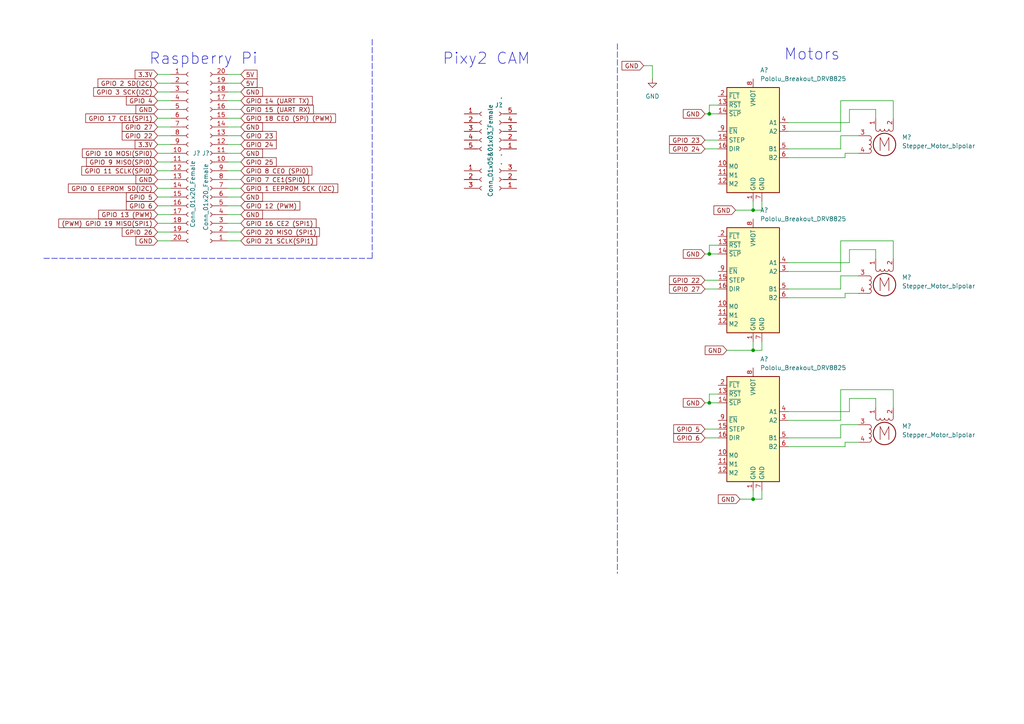
<source format=kicad_sch>
(kicad_sch (version 20211123) (generator eeschema)
  (paper "A4")
  (lib_symbols
    (symbol "Connector:Conn_01x03_Female" (pin_names (offset 1.016) hide)
      (property "Reference" "J" (at 0 5.08 0))
      (property "Value" "Conn_01x03_Female" (at 0 -5.08 0))
      (symbol "Conn_01x03_Female_1_1"
        (arc (start 0 -2.032) (mid -0.508 -2.54) (end 0 -3.048) (stroke (width 0.1524)))
        (polyline (pts (xy -1.27 -2.54) (xy -0.508 -2.54)) (stroke (width 0.1524)))
        (polyline (pts (xy -1.27 0) (xy -0.508 0)) (stroke (width 0.1524)))
        (polyline (pts (xy -1.27 2.54) (xy -0.508 2.54)) (stroke (width 0.1524)))
        (arc (start 0 0.508) (mid -0.508 0) (end 0 -0.508) (stroke (width 0.1524)))
        (arc (start 0 3.048) (mid -0.508 2.54) (end 0 2.032) (stroke (width 0.1524)))
        (pin passive line (at -5.08 2.54 0) (length 3.81) (name "Pin_1") (number "1"))
        (pin passive line (at -5.08 0 0) (length 3.81) (name "Pin_2") (number "2"))
        (pin passive line (at -5.08 -2.54 0) (length 3.81) (name "Pin_3") (number "3"))
      )
    )
    (symbol "Connector:Conn_01x05_Female" (pin_names (offset 1.016) hide)
      (property "Reference" "J" (at 0 7.62 0))
      (property "Value" "Conn_01x05_Female" (at 0 -7.62 0))
      (symbol "Conn_01x05_Female_1_1"
        (arc (start 0 -4.572) (mid -0.508 -5.08) (end 0 -5.588) (stroke (width 0.1524)))
        (arc (start 0 -2.032) (mid -0.508 -2.54) (end 0 -3.048) (stroke (width 0.1524)))
        (polyline (pts (xy -1.27 -5.08) (xy -0.508 -5.08)) (stroke (width 0.1524)))
        (polyline (pts (xy -1.27 -2.54) (xy -0.508 -2.54)) (stroke (width 0.1524)))
        (polyline (pts (xy -1.27 0) (xy -0.508 0)) (stroke (width 0.1524)))
        (polyline (pts (xy -1.27 2.54) (xy -0.508 2.54)) (stroke (width 0.1524)))
        (polyline (pts (xy -1.27 5.08) (xy -0.508 5.08)) (stroke (width 0.1524)))
        (arc (start 0 0.508) (mid -0.508 0) (end 0 -0.508) (stroke (width 0.1524)))
        (arc (start 0 3.048) (mid -0.508 2.54) (end 0 2.032) (stroke (width 0.1524)))
        (arc (start 0 5.588) (mid -0.508 5.08) (end 0 4.572) (stroke (width 0.1524)))
        (pin passive line (at -5.08 5.08 0) (length 3.81) (name "Pin_1") (number "1"))
        (pin passive line (at -5.08 2.54 0) (length 3.81) (name "Pin_2") (number "2"))
        (pin passive line (at -5.08 0 0) (length 3.81) (name "Pin_3") (number "3"))
        (pin passive line (at -5.08 -2.54 0) (length 3.81) (name "Pin_4") (number "4"))
        (pin passive line (at -5.08 -5.08 0) (length 3.81) (name "Pin_5") (number "5"))
      )
    )
    (symbol "Connector:Conn_01x20_Female" (pin_names (offset 1.016) hide)
      (property "Reference" "J" (at 0 25.4 0))
      (property "Value" "Conn_01x20_Female" (at 0 -27.94 0))
      (symbol "Conn_01x20_Female_1_1"
        (arc (start 0 -24.892) (mid -0.508 -25.4) (end 0 -25.908) (stroke (width 0.1524)))
        (arc (start 0 -22.352) (mid -0.508 -22.86) (end 0 -23.368) (stroke (width 0.1524)))
        (arc (start 0 -19.812) (mid -0.508 -20.32) (end 0 -20.828) (stroke (width 0.1524)))
        (arc (start 0 -17.272) (mid -0.508 -17.78) (end 0 -18.288) (stroke (width 0.1524)))
        (arc (start 0 -14.732) (mid -0.508 -15.24) (end 0 -15.748) (stroke (width 0.1524)))
        (arc (start 0 -12.192) (mid -0.508 -12.7) (end 0 -13.208) (stroke (width 0.1524)))
        (arc (start 0 -9.652) (mid -0.508 -10.16) (end 0 -10.668) (stroke (width 0.1524)))
        (arc (start 0 -7.112) (mid -0.508 -7.62) (end 0 -8.128) (stroke (width 0.1524)))
        (arc (start 0 -4.572) (mid -0.508 -5.08) (end 0 -5.588) (stroke (width 0.1524)))
        (arc (start 0 -2.032) (mid -0.508 -2.54) (end 0 -3.048) (stroke (width 0.1524)))
        (polyline (pts (xy -1.27 -25.4) (xy -0.508 -25.4)) (stroke (width 0.1524)))
        (polyline (pts (xy -1.27 -22.86) (xy -0.508 -22.86)) (stroke (width 0.1524)))
        (polyline (pts (xy -1.27 -20.32) (xy -0.508 -20.32)) (stroke (width 0.1524)))
        (polyline (pts (xy -1.27 -17.78) (xy -0.508 -17.78)) (stroke (width 0.1524)))
        (polyline (pts (xy -1.27 -15.24) (xy -0.508 -15.24)) (stroke (width 0.1524)))
        (polyline (pts (xy -1.27 -12.7) (xy -0.508 -12.7)) (stroke (width 0.1524)))
        (polyline (pts (xy -1.27 -10.16) (xy -0.508 -10.16)) (stroke (width 0.1524)))
        (polyline (pts (xy -1.27 -7.62) (xy -0.508 -7.62)) (stroke (width 0.1524)))
        (polyline (pts (xy -1.27 -5.08) (xy -0.508 -5.08)) (stroke (width 0.1524)))
        (polyline (pts (xy -1.27 -2.54) (xy -0.508 -2.54)) (stroke (width 0.1524)))
        (polyline (pts (xy -1.27 0) (xy -0.508 0)) (stroke (width 0.1524)))
        (polyline (pts (xy -1.27 2.54) (xy -0.508 2.54)) (stroke (width 0.1524)))
        (polyline (pts (xy -1.27 5.08) (xy -0.508 5.08)) (stroke (width 0.1524)))
        (polyline (pts (xy -1.27 7.62) (xy -0.508 7.62)) (stroke (width 0.1524)))
        (polyline (pts (xy -1.27 10.16) (xy -0.508 10.16)) (stroke (width 0.1524)))
        (polyline (pts (xy -1.27 12.7) (xy -0.508 12.7)) (stroke (width 0.1524)))
        (polyline (pts (xy -1.27 15.24) (xy -0.508 15.24)) (stroke (width 0.1524)))
        (polyline (pts (xy -1.27 17.78) (xy -0.508 17.78)) (stroke (width 0.1524)))
        (polyline (pts (xy -1.27 20.32) (xy -0.508 20.32)) (stroke (width 0.1524)))
        (polyline (pts (xy -1.27 22.86) (xy -0.508 22.86)) (stroke (width 0.1524)))
        (arc (start 0 0.508) (mid -0.508 0) (end 0 -0.508) (stroke (width 0.1524)))
        (arc (start 0 3.048) (mid -0.508 2.54) (end 0 2.032) (stroke (width 0.1524)))
        (arc (start 0 5.588) (mid -0.508 5.08) (end 0 4.572) (stroke (width 0.1524)))
        (arc (start 0 8.128) (mid -0.508 7.62) (end 0 7.112) (stroke (width 0.1524)))
        (arc (start 0 10.668) (mid -0.508 10.16) (end 0 9.652) (stroke (width 0.1524)))
        (arc (start 0 13.208) (mid -0.508 12.7) (end 0 12.192) (stroke (width 0.1524)))
        (arc (start 0 15.748) (mid -0.508 15.24) (end 0 14.732) (stroke (width 0.1524)))
        (arc (start 0 18.288) (mid -0.508 17.78) (end 0 17.272) (stroke (width 0.1524)))
        (arc (start 0 20.828) (mid -0.508 20.32) (end 0 19.812) (stroke (width 0.1524)))
        (arc (start 0 23.368) (mid -0.508 22.86) (end 0 22.352) (stroke (width 0.1524)))
        (pin passive line (at -5.08 22.86 0) (length 3.81) (name "Pin_1") (number "1"))
        (pin passive line (at -5.08 0 0) (length 3.81) (name "Pin_10") (number "10"))
        (pin passive line (at -5.08 -2.54 0) (length 3.81) (name "Pin_11") (number "11"))
        (pin passive line (at -5.08 -5.08 0) (length 3.81) (name "Pin_12") (number "12"))
        (pin passive line (at -5.08 -7.62 0) (length 3.81) (name "Pin_13") (number "13"))
        (pin passive line (at -5.08 -10.16 0) (length 3.81) (name "Pin_14") (number "14"))
        (pin passive line (at -5.08 -12.7 0) (length 3.81) (name "Pin_15") (number "15"))
        (pin passive line (at -5.08 -15.24 0) (length 3.81) (name "Pin_16") (number "16"))
        (pin passive line (at -5.08 -17.78 0) (length 3.81) (name "Pin_17") (number "17"))
        (pin passive line (at -5.08 -20.32 0) (length 3.81) (name "Pin_18") (number "18"))
        (pin passive line (at -5.08 -22.86 0) (length 3.81) (name "Pin_19") (number "19"))
        (pin passive line (at -5.08 20.32 0) (length 3.81) (name "Pin_2") (number "2"))
        (pin passive line (at -5.08 -25.4 0) (length 3.81) (name "Pin_20") (number "20"))
        (pin passive line (at -5.08 17.78 0) (length 3.81) (name "Pin_3") (number "3"))
        (pin passive line (at -5.08 15.24 0) (length 3.81) (name "Pin_4") (number "4"))
        (pin passive line (at -5.08 12.7 0) (length 3.81) (name "Pin_5") (number "5"))
        (pin passive line (at -5.08 10.16 0) (length 3.81) (name "Pin_6") (number "6"))
        (pin passive line (at -5.08 7.62 0) (length 3.81) (name "Pin_7") (number "7"))
        (pin passive line (at -5.08 5.08 0) (length 3.81) (name "Pin_8") (number "8"))
        (pin passive line (at -5.08 2.54 0) (length 3.81) (name "Pin_9") (number "9"))
      )
    )
    (symbol "Driver_Motor:Pololu_Breakout_DRV8825"
      (property "Reference" "A" (at -2.54 16.51 0))
      (property "Value" "Pololu_Breakout_DRV8825" (at -2.54 13.97 0))
      (symbol "Pololu_Breakout_DRV8825_0_1"
        (rectangle (start 7.62 -17.78) (end -7.62 12.7) (stroke (width 0.254)) (fill (type background)))
      )
      (symbol "Pololu_Breakout_DRV8825_1_1"
        (pin power_in line (at 0 -20.32 90) (length 2.54) (name "GND") (number "1"))
        (pin input line (at -10.16 -10.16 0) (length 2.54) (name "M0") (number "10"))
        (pin input line (at -10.16 -12.7 0) (length 2.54) (name "M1") (number "11"))
        (pin input line (at -10.16 -15.24 0) (length 2.54) (name "M2") (number "12"))
        (pin input line (at -10.16 7.62 0) (length 2.54) (name "~{RST}") (number "13"))
        (pin input line (at -10.16 5.08 0) (length 2.54) (name "~{SLP}") (number "14"))
        (pin input line (at -10.16 -2.54 0) (length 2.54) (name "STEP") (number "15"))
        (pin input line (at -10.16 -5.08 0) (length 2.54) (name "DIR") (number "16"))
        (pin output line (at -10.16 10.16 0) (length 2.54) (name "~{FLT}") (number "2"))
        (pin output line (at 10.16 0 180) (length 2.54) (name "A2") (number "3"))
        (pin output line (at 10.16 2.54 180) (length 2.54) (name "A1") (number "4"))
        (pin output line (at 10.16 -5.08 180) (length 2.54) (name "B1") (number "5"))
        (pin output line (at 10.16 -7.62 180) (length 2.54) (name "B2") (number "6"))
        (pin power_in line (at 2.54 -20.32 90) (length 2.54) (name "GND") (number "7"))
        (pin power_in line (at 0 15.24 270) (length 2.54) (name "VMOT") (number "8"))
        (pin input line (at -10.16 0 0) (length 2.54) (name "~{EN}") (number "9"))
      )
    )
    (symbol "Motor:Stepper_Motor_bipolar" (pin_names (offset 0) hide)
      (property "Reference" "M" (at 3.81 2.54 0))
      (property "Value" "Stepper_Motor_bipolar" (at 3.81 1.27 0))
      (symbol "Stepper_Motor_bipolar_0_0"
        (polyline (pts (xy -1.27 -1.778) (xy -1.27 2.032) (xy 0 -0.508) (xy 1.27 2.032) (xy 1.27 -1.778)))
      )
      (symbol "Stepper_Motor_bipolar_0_1"
        (arc (start -4.445 -2.54) (mid -3.81 -1.905) (end -4.445 -1.27))
        (arc (start -4.445 -1.27) (mid -3.81 -0.635) (end -4.445 0))
        (arc (start -4.445 0) (mid -3.81 0.635) (end -4.445 1.27))
        (arc (start -4.445 1.27) (mid -3.81 1.905) (end -4.445 2.54))
        (arc (start -2.54 4.445) (mid -1.905 3.81) (end -1.27 4.445))
        (arc (start -1.27 4.445) (mid -0.635 3.81) (end 0 4.445))
        (polyline (pts (xy -5.08 -2.54) (xy -4.445 -2.54)))
        (polyline (pts (xy -5.08 2.54) (xy -4.445 2.54)))
        (polyline (pts (xy -2.54 5.08) (xy -2.54 4.445)))
        (polyline (pts (xy 2.54 5.08) (xy 2.54 4.445)))
        (circle (center 0 0) (radius 3.2512) (stroke (width 0.254)))
        (arc (start 0 4.445) (mid 0.635 3.81) (end 1.27 4.445))
        (arc (start 1.27 4.445) (mid 1.905 3.81) (end 2.54 4.445))
      )
      (symbol "Stepper_Motor_bipolar_1_1"
        (pin passive line (at -2.54 7.62 270) (length 2.54) (name "~") (number "1"))
        (pin passive line (at 2.54 7.62 270) (length 2.54) (name "-") (number "2"))
        (pin passive line (at -7.62 2.54 0) (length 2.54) (name "~") (number "3"))
        (pin passive line (at -7.62 -2.54 0) (length 2.54) (name "~") (number "4"))
      )
    )
    (symbol "power:GND" (power) (pin_names (offset 0))
      (property "Value" "GND" (at 0 -3.81 0))
      (symbol "GND_0_1"
        (polyline (pts (xy 0 0) (xy 0 -1.27) (xy 1.27 -1.27) (xy 0 -2.54) (xy -1.27 -1.27) (xy 0 -1.27)))
      )
      (symbol "GND_1_1"
        (pin power_in line (at 0 0 270) (length 0) hide (name "GND") (number "1"))
      )
    )
  )
  (junction (at 218.44 101.6))
  (junction (at 218.44 144.78))
  (junction (at 205.74 33.02))
  (junction (at 205.74 116.84))
  (junction (at 218.44 60.96))
  (junction (at 205.74 73.66))
  (wire (pts (xy 45.72 24.13) (xy 49.53 24.13)))
  (wire (pts (xy 243.84 39.37) (xy 248.92 39.37)))
  (wire (pts (xy 66.04 69.85) (xy 69.85 69.85)))
  (wire (pts (xy 243.84 78.74) (xy 228.6 78.74)))
  (wire (pts (xy 220.98 60.96) (xy 220.98 58.42)))
  (wire (pts (xy 66.04 24.13) (xy 69.85 24.13)))
  (wire (pts (xy 45.72 54.61) (xy 49.53 54.61)))
  (wire (pts (xy 246.38 76.2) (xy 246.38 72.39)))
  (wire (pts (xy 45.72 21.59) (xy 49.53 21.59)))
  (wire (pts (xy 204.47 33.02) (xy 205.74 33.02)))
  (wire (pts (xy 45.72 59.69) (xy 49.53 59.69)))
  (wire (pts (xy 245.11 129.54) (xy 245.11 128.27)))
  (wire (pts (xy 66.04 26.67) (xy 69.85 26.67)))
  (wire (pts (xy 204.47 81.28) (xy 208.28 81.28)))
  (wire (pts (xy 66.04 29.21) (xy 69.85 29.21)))
  (wire (pts (xy 245.11 45.72) (xy 245.11 44.45)))
  (wire (pts (xy 45.72 67.31) (xy 49.53 67.31)))
  (wire (pts (xy 259.08 118.11) (xy 259.08 113.03)))
  (wire (pts (xy 228.6 129.54) (xy 245.11 129.54)))
  (wire (pts (xy 218.44 101.6) (xy 210.82 101.6)))
  (wire (pts (xy 246.38 119.38) (xy 246.38 115.57)))
  (wire (pts (xy 245.11 86.36) (xy 245.11 85.09)))
  (wire (pts (xy 189.23 19.05) (xy 189.23 22.86)))
  (wire (pts (xy 243.84 43.18) (xy 243.84 39.37)))
  (wire (pts (xy 45.72 62.23) (xy 49.53 62.23)))
  (wire (pts (xy 66.04 41.91) (xy 69.85 41.91)))
  (wire (pts (xy 66.04 54.61) (xy 69.85 54.61)))
  (wire (pts (xy 218.44 99.06) (xy 218.44 101.6)))
  (wire (pts (xy 204.47 127) (xy 208.28 127)))
  (wire (pts (xy 205.74 33.02) (xy 208.28 33.02)))
  (wire (pts (xy 204.47 43.18) (xy 208.28 43.18)))
  (wire (pts (xy 228.6 43.18) (xy 243.84 43.18)))
  (wire (pts (xy 45.72 39.37) (xy 49.53 39.37)))
  (wire (pts (xy 45.72 46.99) (xy 49.53 46.99)))
  (wire (pts (xy 204.47 124.46) (xy 208.28 124.46)))
  (wire (pts (xy 66.04 57.15) (xy 69.85 57.15)))
  (wire (pts (xy 243.84 80.01) (xy 248.92 80.01)))
  (wire (pts (xy 66.04 67.31) (xy 69.85 67.31)))
  (wire (pts (xy 66.04 31.75) (xy 69.85 31.75)))
  (wire (pts (xy 204.47 40.64) (xy 208.28 40.64)))
  (polyline (pts (xy 12.7 74.93) (xy 107.95 74.93)))
  (wire (pts (xy 228.6 83.82) (xy 243.84 83.82)))
  (wire (pts (xy 208.28 30.48) (xy 205.74 30.48)))
  (wire (pts (xy 259.08 29.21) (xy 243.84 29.21)))
  (wire (pts (xy 205.74 30.48) (xy 205.74 33.02)))
  (wire (pts (xy 45.72 41.91) (xy 49.53 41.91)))
  (wire (pts (xy 45.72 26.67) (xy 49.53 26.67)))
  (wire (pts (xy 243.84 29.21) (xy 243.84 38.1)))
  (wire (pts (xy 66.04 64.77) (xy 69.85 64.77)))
  (wire (pts (xy 243.84 121.92) (xy 228.6 121.92)))
  (wire (pts (xy 218.44 60.96) (xy 213.36 60.96)))
  (wire (pts (xy 66.04 21.59) (xy 69.85 21.59)))
  (wire (pts (xy 66.04 49.53) (xy 69.85 49.53)))
  (wire (pts (xy 205.74 73.66) (xy 208.28 73.66)))
  (wire (pts (xy 218.44 58.42) (xy 218.44 60.96)))
  (wire (pts (xy 245.11 128.27) (xy 248.92 128.27)))
  (wire (pts (xy 45.72 34.29) (xy 49.53 34.29)))
  (wire (pts (xy 66.04 44.45) (xy 69.85 44.45)))
  (wire (pts (xy 205.74 71.12) (xy 205.74 73.66)))
  (wire (pts (xy 246.38 35.56) (xy 246.38 31.75)))
  (wire (pts (xy 254 31.75) (xy 254 34.29)))
  (wire (pts (xy 243.84 113.03) (xy 243.84 121.92)))
  (polyline (pts (xy 179.07 12.7) (xy 179.07 166.37)))
  (wire (pts (xy 246.38 31.75) (xy 254 31.75)))
  (wire (pts (xy 45.72 29.21) (xy 49.53 29.21)))
  (wire (pts (xy 45.72 64.77) (xy 49.53 64.77)))
  (wire (pts (xy 220.98 101.6) (xy 220.98 99.06)))
  (wire (pts (xy 243.84 123.19) (xy 248.92 123.19)))
  (wire (pts (xy 218.44 144.78) (xy 214.63 144.78)))
  (wire (pts (xy 45.72 69.85) (xy 49.53 69.85)))
  (wire (pts (xy 254 72.39) (xy 254 74.93)))
  (wire (pts (xy 45.72 49.53) (xy 49.53 49.53)))
  (wire (pts (xy 45.72 52.07) (xy 49.53 52.07)))
  (wire (pts (xy 220.98 144.78) (xy 220.98 142.24)))
  (wire (pts (xy 228.6 76.2) (xy 246.38 76.2)))
  (wire (pts (xy 243.84 127) (xy 243.84 123.19)))
  (wire (pts (xy 218.44 144.78) (xy 220.98 144.78)))
  (wire (pts (xy 208.28 114.3) (xy 205.74 114.3)))
  (wire (pts (xy 204.47 73.66) (xy 205.74 73.66)))
  (wire (pts (xy 204.47 83.82) (xy 208.28 83.82)))
  (wire (pts (xy 186.69 19.05) (xy 189.23 19.05)))
  (wire (pts (xy 228.6 45.72) (xy 245.11 45.72)))
  (wire (pts (xy 208.28 71.12) (xy 205.74 71.12)))
  (wire (pts (xy 218.44 60.96) (xy 220.98 60.96)))
  (wire (pts (xy 45.72 44.45) (xy 49.53 44.45)))
  (wire (pts (xy 246.38 115.57) (xy 254 115.57)))
  (wire (pts (xy 66.04 52.07) (xy 69.85 52.07)))
  (wire (pts (xy 245.11 85.09) (xy 248.92 85.09)))
  (wire (pts (xy 228.6 127) (xy 243.84 127)))
  (wire (pts (xy 254 115.57) (xy 254 118.11)))
  (wire (pts (xy 45.72 57.15) (xy 49.53 57.15)))
  (wire (pts (xy 66.04 59.69) (xy 69.85 59.69)))
  (wire (pts (xy 259.08 34.29) (xy 259.08 29.21)))
  (wire (pts (xy 45.72 36.83) (xy 49.53 36.83)))
  (wire (pts (xy 243.84 38.1) (xy 228.6 38.1)))
  (wire (pts (xy 205.74 116.84) (xy 208.28 116.84)))
  (wire (pts (xy 45.72 31.75) (xy 49.53 31.75)))
  (wire (pts (xy 218.44 142.24) (xy 218.44 144.78)))
  (polyline (pts (xy 107.95 11.43) (xy 107.95 74.93)))
  (wire (pts (xy 205.74 114.3) (xy 205.74 116.84)))
  (wire (pts (xy 243.84 69.85) (xy 243.84 78.74)))
  (wire (pts (xy 228.6 35.56) (xy 246.38 35.56)))
  (wire (pts (xy 259.08 74.93) (xy 259.08 69.85)))
  (wire (pts (xy 66.04 34.29) (xy 69.85 34.29)))
  (wire (pts (xy 66.04 62.23) (xy 69.85 62.23)))
  (wire (pts (xy 245.11 44.45) (xy 248.92 44.45)))
  (wire (pts (xy 66.04 46.99) (xy 69.85 46.99)))
  (wire (pts (xy 259.08 69.85) (xy 243.84 69.85)))
  (wire (pts (xy 204.47 116.84) (xy 205.74 116.84)))
  (wire (pts (xy 218.44 101.6) (xy 220.98 101.6)))
  (wire (pts (xy 246.38 72.39) (xy 254 72.39)))
  (wire (pts (xy 66.04 36.83) (xy 69.85 36.83)))
  (wire (pts (xy 259.08 113.03) (xy 243.84 113.03)))
  (wire (pts (xy 228.6 86.36) (xy 245.11 86.36)))
  (wire (pts (xy 228.6 119.38) (xy 246.38 119.38)))
  (wire (pts (xy 66.04 39.37) (xy 69.85 39.37)))
  (wire (pts (xy 243.84 83.82) (xy 243.84 80.01)))
  (text "Pixy2 CAM" (at 128.27 19.05 0) (effects (font (size 3.27 3.27)) (justify left bottom)))
  (text "Motors" (at 227.33 17.78 0) (effects (font (size 3.27 3.27)) (justify left bottom)))
  (text "Raspberry Pi" (at 43.18 19.05 0) (effects (font (size 3.27 3.27)) (justify left bottom)))
  (global_label "GPIO 27" (shape input) (at 45.72 36.83 180) (property "Intersheet References" "${INTERSHEET_REFS}" (effects hide)))
  (global_label "GPIO 25" (shape input) (at 69.85 46.99 0) (property "Intersheet References" "${INTERSHEET_REFS}" (effects hide)))
  (global_label "GPIO 18 CE0 (SPI) (PWM)" (shape input) (at 69.85 34.29 0) (property "Intersheet References" "${INTERSHEET_REFS}" (effects hide)))
  (global_label "(PWM) GPIO 19 MISO(SPI1)" (shape input) (at 45.72 64.77 180) (property "Intersheet References" "${INTERSHEET_REFS}" (effects hide)))
  (global_label "GPIO 22" (shape input) (at 204.47 81.28 180) (property "Intersheet References" "${INTERSHEET_REFS}" (effects hide)))
  (global_label "5V" (shape input) (at 69.85 21.59 0) (property "Intersheet References" "${INTERSHEET_REFS}" (effects hide)))
  (global_label "GPIO 24" (shape input) (at 204.47 43.18 180) (property "Intersheet References" "${INTERSHEET_REFS}" (effects hide)))
  (global_label "GPIO 14 (UART TX)" (shape input) (at 69.85 29.21 0) (property "Intersheet References" "${INTERSHEET_REFS}" (effects hide)))
  (global_label "GPIO 21 SCLK(SPI1)" (shape input) (at 69.85 69.85 0) (property "Intersheet References" "${INTERSHEET_REFS}" (effects hide)))
  (global_label "GND" (shape input) (at 45.72 69.85 180) (property "Intersheet References" "${INTERSHEET_REFS}" (effects hide)))
  (global_label "GPIO 26" (shape input) (at 45.72 67.31 180) (property "Intersheet References" "${INTERSHEET_REFS}" (effects hide)))
  (global_label "GND" (shape input) (at 210.82 101.6 180) (property "Intersheet References" "${INTERSHEET_REFS}" (effects hide)))
  (global_label "GPIO 13 (PWM)" (shape input) (at 45.72 62.23 180) (property "Intersheet References" "${INTERSHEET_REFS}" (effects hide)))
  (global_label "3.3V" (shape input) (at 45.72 41.91 180) (property "Intersheet References" "${INTERSHEET_REFS}" (effects hide)))
  (global_label "GPIO 4" (shape input) (at 45.72 29.21 180) (property "Intersheet References" "${INTERSHEET_REFS}" (effects hide)))
  (global_label "GPIO 11 SCLK(SPI0)" (shape input) (at 45.72 49.53 180) (property "Intersheet References" "${INTERSHEET_REFS}" (effects hide)))
  (global_label "GND" (shape input) (at 204.47 116.84 180) (property "Intersheet References" "${INTERSHEET_REFS}" (effects hide)))
  (global_label "GPIO 3 SCK(I2C)" (shape input) (at 45.72 26.67 180) (property "Intersheet References" "${INTERSHEET_REFS}" (effects hide)))
  (global_label "GPIO 12 (PWM)" (shape input) (at 69.85 59.69 0) (property "Intersheet References" "${INTERSHEET_REFS}" (effects hide)))
  (global_label "GND" (shape input) (at 214.63 144.78 180) (property "Intersheet References" "${INTERSHEET_REFS}" (effects hide)))
  (global_label "GND" (shape input) (at 69.85 62.23 0) (property "Intersheet References" "${INTERSHEET_REFS}" (effects hide)))
  (global_label "GND" (shape input) (at 204.47 33.02 180) (property "Intersheet References" "${INTERSHEET_REFS}" (effects hide)))
  (global_label "GND" (shape input) (at 69.85 26.67 0) (property "Intersheet References" "${INTERSHEET_REFS}" (effects hide)))
  (global_label "GND" (shape input) (at 69.85 36.83 0) (property "Intersheet References" "${INTERSHEET_REFS}" (effects hide)))
  (global_label "GPIO 22" (shape input) (at 45.72 39.37 180) (property "Intersheet References" "${INTERSHEET_REFS}" (effects hide)))
  (global_label "GND" (shape input) (at 69.85 57.15 0) (property "Intersheet References" "${INTERSHEET_REFS}" (effects hide)))
  (global_label "GPIO 16 CE2 (SPI1)" (shape input) (at 69.85 64.77 0) (property "Intersheet References" "${INTERSHEET_REFS}" (effects hide)))
  (global_label "GPIO 10 MOSI(SPI0)" (shape input) (at 45.72 44.45 180) (property "Intersheet References" "${INTERSHEET_REFS}" (effects hide)))
  (global_label "GPIO 5" (shape input) (at 204.47 124.46 180) (property "Intersheet References" "${INTERSHEET_REFS}" (effects hide)))
  (global_label "GPIO 7 CE1(SPI0)" (shape input) (at 69.85 52.07 0) (property "Intersheet References" "${INTERSHEET_REFS}" (effects hide)))
  (global_label "GPIO 15 (UART RX)" (shape input) (at 69.85 31.75 0) (property "Intersheet References" "${INTERSHEET_REFS}" (effects hide)))
  (global_label "GND" (shape input) (at 69.85 44.45 0) (property "Intersheet References" "${INTERSHEET_REFS}" (effects hide)))
  (global_label "GPIO 23" (shape input) (at 204.47 40.64 180) (property "Intersheet References" "${INTERSHEET_REFS}" (effects hide)))
  (global_label "5V" (shape input) (at 69.85 24.13 0) (property "Intersheet References" "${INTERSHEET_REFS}" (effects hide)))
  (global_label "GND" (shape input) (at 204.47 73.66 180) (property "Intersheet References" "${INTERSHEET_REFS}" (effects hide)))
  (global_label "GND" (shape input) (at 213.36 60.96 180) (property "Intersheet References" "${INTERSHEET_REFS}" (effects hide)))
  (global_label "GND" (shape input) (at 45.72 31.75 180) (property "Intersheet References" "${INTERSHEET_REFS}" (effects hide)))
  (global_label "GPIO 6" (shape input) (at 45.72 59.69 180) (property "Intersheet References" "${INTERSHEET_REFS}" (effects hide)))
  (global_label "GPIO 24" (shape input) (at 69.85 41.91 0) (property "Intersheet References" "${INTERSHEET_REFS}" (effects hide)))
  (global_label "GPIO 17 CE1(SPI1)" (shape input) (at 45.72 34.29 180) (property "Intersheet References" "${INTERSHEET_REFS}" (effects hide)))
  (global_label "GND" (shape input) (at 186.69 19.05 180) (property "Intersheet References" "${INTERSHEET_REFS}" (effects hide)))
  (global_label "GPIO 2 SD(I2C)" (shape input) (at 45.72 24.13 180) (property "Intersheet References" "${INTERSHEET_REFS}" (effects hide)))
  (global_label "GPIO 27" (shape input) (at 204.47 83.82 180) (property "Intersheet References" "${INTERSHEET_REFS}" (effects hide)))
  (global_label "GND" (shape input) (at 45.72 52.07 180) (property "Intersheet References" "${INTERSHEET_REFS}" (effects hide)))
  (global_label "GPIO 9 MISO(SPI0)" (shape input) (at 45.72 46.99 180) (property "Intersheet References" "${INTERSHEET_REFS}" (effects hide)))
  (global_label "GPIO 5" (shape input) (at 45.72 57.15 180) (property "Intersheet References" "${INTERSHEET_REFS}" (effects hide)))
  (global_label "GPIO 8 CE0 (SPI0)" (shape input) (at 69.85 49.53 0) (property "Intersheet References" "${INTERSHEET_REFS}" (effects hide)))
  (global_label "GPIO 6" (shape input) (at 204.47 127 180) (property "Intersheet References" "${INTERSHEET_REFS}" (effects hide)))
  (global_label "GPIO 23" (shape input) (at 69.85 39.37 0) (property "Intersheet References" "${INTERSHEET_REFS}" (effects hide)))
  (global_label "GPIO 20 MISO (SPI1)" (shape input) (at 69.85 67.31 0) (property "Intersheet References" "${INTERSHEET_REFS}" (effects hide)))
  (global_label "GPIO 1 EEPROM SCK (I2C)" (shape input) (at 69.85 54.61 0) (property "Intersheet References" "${INTERSHEET_REFS}" (effects hide)))
  (global_label "GPIO 0 EEPROM SD(I2C)" (shape input) (at 45.72 54.61 180) (property "Intersheet References" "${INTERSHEET_REFS}" (effects hide)))
  (global_label "3.3V" (shape input) (at 45.72 21.59 180) (property "Intersheet References" "${INTERSHEET_REFS}" (effects hide)))
  (symbol (lib_id "Connector:Conn_01x03_Female") (at 144.78 52.07 180) (unit 1)
    (property "Reference" "." (at 145.415 44.45 0))
    (property "Value" "." (at 145.415 46.99 0))
  )
  (symbol (lib_id "Connector:Conn_01x05_Female") (at 139.7 38.1 0) (unit 1)
    (property "Reference" "." (at 140.97 36.8299 0) (effects (justify left)))
    (property "Value" "." (at 140.97 39.3699 0) (effects (justify left)))
  )
  (symbol (lib_id "Motor:Stepper_Motor_bipolar") (at 256.54 82.55 0) (unit 1)
    (property "Reference" "M?" (at 261.62 80.429 0) (effects (justify left)))
    (property "Value" "Stepper_Motor_bipolar" (at 261.62 82.969 0) (effects (justify left)))
    (property "Datasheet" "http://www.infineon.com/dgdl/Application-Note-TLE8110EE_driving_UniPolarStepperMotor_V1.1.pdf?fileId=db3a30431be39b97011be5d0aa0a00b0" (effects hide))
  )
  (symbol (lib_id "Driver_Motor:Pololu_Breakout_DRV8825") (at 218.44 38.1 0) (unit 1)
    (property "Reference" "A?" (at 220.4594 20.32 0) (effects (justify left)))
    (property "Value" "Pololu_Breakout_DRV8825" (at 220.4594 22.86 0) (effects (justify left)))
    (property "Footprint" "Module:Pololu_Breakout-16_15.2x20.3mm" (effects hide))
    (property "Datasheet" "https://www.pololu.com/product/2982" (effects hide))
  )
  (symbol (lib_id "Motor:Stepper_Motor_bipolar") (at 256.54 41.91 0) (unit 1)
    (property "Reference" "M?" (at 261.62 39.789 0) (effects (justify left)))
    (property "Value" "Stepper_Motor_bipolar" (at 261.62 42.329 0) (effects (justify left)))
    (property "Datasheet" "http://www.infineon.com/dgdl/Application-Note-TLE8110EE_driving_UniPolarStepperMotor_V1.1.pdf?fileId=db3a30431be39b97011be5d0aa0a00b0" (effects hide))
  )
  (symbol (lib_id "Driver_Motor:Pololu_Breakout_DRV8825") (at 218.44 78.74 0) (unit 1)
    (property "Reference" "A?" (at 220.4594 60.96 0) (effects (justify left)))
    (property "Value" "Pololu_Breakout_DRV8825" (at 220.4594 63.5 0) (effects (justify left)))
    (property "Footprint" "Module:Pololu_Breakout-16_15.2x20.3mm" (effects hide))
    (property "Datasheet" "https://www.pololu.com/product/2982" (effects hide))
  )
  (symbol (lib_id "power:GND") (at 189.23 22.86 0) (unit 1)
    (property "Reference" "#PWR?" (effects hide))
    (property "Value" "GND" (at 189.23 27.94 0))
  )
  (symbol (lib_id "Driver_Motor:Pololu_Breakout_DRV8825") (at 218.44 121.92 0) (unit 1)
    (property "Reference" "A?" (at 220.4594 104.14 0) (effects (justify left)))
    (property "Value" "Pololu_Breakout_DRV8825" (at 220.4594 106.68 0) (effects (justify left)))
    (property "Footprint" "Module:Pololu_Breakout-16_15.2x20.3mm" (effects hide))
    (property "Datasheet" "https://www.pololu.com/product/2982" (effects hide))
  )
  (symbol (lib_id "Connector:Conn_01x20_Female") (at 54.61 44.45 0) (unit 1)
    (property "Reference" "J?" (at 55.88 44.4499 0) (effects (justify left)))
    (property "Value" "Conn_01x20_Female" (at 55.88 66.04 90) (effects (justify left)))
  )
  (symbol (lib_id "Connector:Conn_01x03_Female") (at 139.7 52.07 0) (unit 1)
    (property "Reference" "J?" (at 143.51 30.48 0) (effects (justify left)))
    (property "Value" "Conn_01x05&01x03_Female" (at 142.24 57.15 90) (effects (justify left)))
  )
  (symbol (lib_id "Connector:Conn_01x20_Female") (at 60.96 46.99 180) (unit 1)
    (property "Reference" "J?" (at 59.69 44.45 0))
    (property "Value" "Conn_01x20_Female" (at 59.69 57.15 90))
  )
  (symbol (lib_id "Motor:Stepper_Motor_bipolar") (at 256.54 125.73 0) (unit 1)
    (property "Reference" "M?" (at 261.62 123.609 0) (effects (justify left)))
    (property "Value" "Stepper_Motor_bipolar" (at 261.62 126.149 0) (effects (justify left)))
    (property "Datasheet" "http://www.infineon.com/dgdl/Application-Note-TLE8110EE_driving_UniPolarStepperMotor_V1.1.pdf?fileId=db3a30431be39b97011be5d0aa0a00b0" (effects hide))
  )
  (symbol (lib_id "Connector:Conn_01x05_Female") (at 144.78 38.1 180) (unit 1)
    (property "Reference" "." (at 145.415 27.94 0))
    (property "Value" "." (at 145.415 30.48 0))
  )
)
</source>
